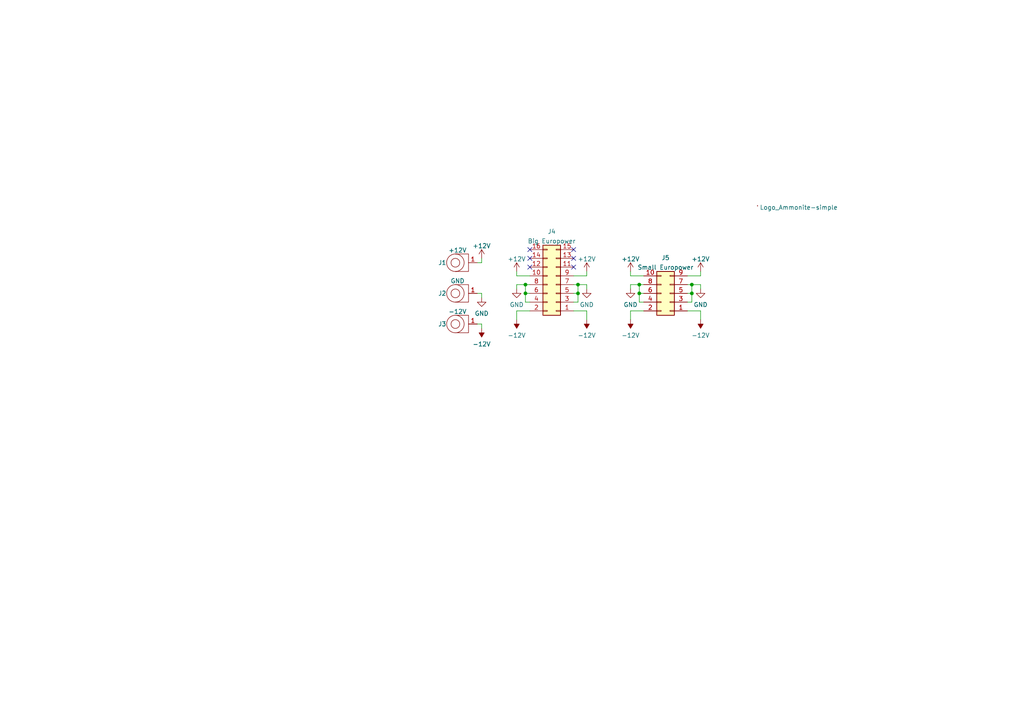
<source format=kicad_sch>
(kicad_sch (version 20211123) (generator eeschema)
  (paper "A4")
  (title_block (title "Euro Power Friend") (date "2022-04-11") (rev "r01") (comment 2 "creativecommons.org/licenses/by/4.0/") (comment 3 "License: CC BY 4.0") (comment 4 "Author: Guy John"))
  (lib_symbols
    (symbol "BananaJacks:BananaJack_PCBMount" (pin_names (offset 1.016))
      (property "Reference" "J" (at 0 3.81 0))
      (property "Value" "BananaJack_PCBMount" (at 0 -3.81 0))
      (symbol "BananaJack_PCBMount_0_1"
        (polyline (pts (xy 0 2.54) (xy 3.81 2.54) (xy 3.81 -2.54) (xy 0 -2.54)))
        (circle (center 0 0) (radius 1.27))
        (circle (center 0 0) (radius 2.54))
      )
      (symbol "BananaJack_PCBMount_1_1"
        (pin bidirectional line (at 6.35 0 180) (length 2.54) (name "~") (number "1"))
      )
    )
    (symbol "Board_Hardware:Logo_Ammonite-simple" (pin_numbers hide) (pin_names (offset 0) hide)
      (property "Value" "Logo_Ammonite-simple" (at -1.27 -1.27 0))
      (symbol "Logo_Ammonite-simple_0_1"
        (circle (center 0 0) (radius 0.0001))
      )
    )
    (symbol "Connector_Generic:Conn_02x05_Odd_Even" (pin_names (offset 1.016) hide)
      (property "Reference" "J" (at 1.27 7.62 0))
      (property "Value" "Conn_02x05_Odd_Even" (at 1.27 -7.62 0))
      (symbol "Conn_02x05_Odd_Even_1_1"
        (rectangle (start -1.27 -4.953) (end 0 -5.207) (stroke (width 0.1524)))
        (rectangle (start -1.27 -2.413) (end 0 -2.667) (stroke (width 0.1524)))
        (rectangle (start -1.27 0.127) (end 0 -0.127) (stroke (width 0.1524)))
        (rectangle (start -1.27 2.667) (end 0 2.413) (stroke (width 0.1524)))
        (rectangle (start -1.27 5.207) (end 0 4.953) (stroke (width 0.1524)))
        (rectangle (start -1.27 6.35) (end 3.81 -6.35) (stroke (width 0.254)) (fill (type background)))
        (rectangle (start 3.81 -4.953) (end 2.54 -5.207) (stroke (width 0.1524)))
        (rectangle (start 3.81 -2.413) (end 2.54 -2.667) (stroke (width 0.1524)))
        (rectangle (start 3.81 0.127) (end 2.54 -0.127) (stroke (width 0.1524)))
        (rectangle (start 3.81 2.667) (end 2.54 2.413) (stroke (width 0.1524)))
        (rectangle (start 3.81 5.207) (end 2.54 4.953) (stroke (width 0.1524)))
        (pin passive line (at -5.08 5.08 0) (length 3.81) (name "Pin_1") (number "1"))
        (pin passive line (at 7.62 -5.08 180) (length 3.81) (name "Pin_10") (number "10"))
        (pin passive line (at 7.62 5.08 180) (length 3.81) (name "Pin_2") (number "2"))
        (pin passive line (at -5.08 2.54 0) (length 3.81) (name "Pin_3") (number "3"))
        (pin passive line (at 7.62 2.54 180) (length 3.81) (name "Pin_4") (number "4"))
        (pin passive line (at -5.08 0 0) (length 3.81) (name "Pin_5") (number "5"))
        (pin passive line (at 7.62 0 180) (length 3.81) (name "Pin_6") (number "6"))
        (pin passive line (at -5.08 -2.54 0) (length 3.81) (name "Pin_7") (number "7"))
        (pin passive line (at 7.62 -2.54 180) (length 3.81) (name "Pin_8") (number "8"))
        (pin passive line (at -5.08 -5.08 0) (length 3.81) (name "Pin_9") (number "9"))
      )
    )
    (symbol "Connector_Generic:Conn_02x08_Odd_Even" (pin_names (offset 1.016) hide)
      (property "Reference" "J" (at 1.27 10.16 0))
      (property "Value" "Conn_02x08_Odd_Even" (at 1.27 -12.7 0))
      (symbol "Conn_02x08_Odd_Even_1_1"
        (rectangle (start -1.27 -10.033) (end 0 -10.287) (stroke (width 0.1524)))
        (rectangle (start -1.27 -7.493) (end 0 -7.747) (stroke (width 0.1524)))
        (rectangle (start -1.27 -4.953) (end 0 -5.207) (stroke (width 0.1524)))
        (rectangle (start -1.27 -2.413) (end 0 -2.667) (stroke (width 0.1524)))
        (rectangle (start -1.27 0.127) (end 0 -0.127) (stroke (width 0.1524)))
        (rectangle (start -1.27 2.667) (end 0 2.413) (stroke (width 0.1524)))
        (rectangle (start -1.27 5.207) (end 0 4.953) (stroke (width 0.1524)))
        (rectangle (start -1.27 7.747) (end 0 7.493) (stroke (width 0.1524)))
        (rectangle (start -1.27 8.89) (end 3.81 -11.43) (stroke (width 0.254)) (fill (type background)))
        (rectangle (start 3.81 -10.033) (end 2.54 -10.287) (stroke (width 0.1524)))
        (rectangle (start 3.81 -7.493) (end 2.54 -7.747) (stroke (width 0.1524)))
        (rectangle (start 3.81 -4.953) (end 2.54 -5.207) (stroke (width 0.1524)))
        (rectangle (start 3.81 -2.413) (end 2.54 -2.667) (stroke (width 0.1524)))
        (rectangle (start 3.81 0.127) (end 2.54 -0.127) (stroke (width 0.1524)))
        (rectangle (start 3.81 2.667) (end 2.54 2.413) (stroke (width 0.1524)))
        (rectangle (start 3.81 5.207) (end 2.54 4.953) (stroke (width 0.1524)))
        (rectangle (start 3.81 7.747) (end 2.54 7.493) (stroke (width 0.1524)))
        (pin passive line (at -5.08 7.62 0) (length 3.81) (name "Pin_1") (number "1"))
        (pin passive line (at 7.62 -2.54 180) (length 3.81) (name "Pin_10") (number "10"))
        (pin passive line (at -5.08 -5.08 0) (length 3.81) (name "Pin_11") (number "11"))
        (pin passive line (at 7.62 -5.08 180) (length 3.81) (name "Pin_12") (number "12"))
        (pin passive line (at -5.08 -7.62 0) (length 3.81) (name "Pin_13") (number "13"))
        (pin passive line (at 7.62 -7.62 180) (length 3.81) (name "Pin_14") (number "14"))
        (pin passive line (at -5.08 -10.16 0) (length 3.81) (name "Pin_15") (number "15"))
        (pin passive line (at 7.62 -10.16 180) (length 3.81) (name "Pin_16") (number "16"))
        (pin passive line (at 7.62 7.62 180) (length 3.81) (name "Pin_2") (number "2"))
        (pin passive line (at -5.08 5.08 0) (length 3.81) (name "Pin_3") (number "3"))
        (pin passive line (at 7.62 5.08 180) (length 3.81) (name "Pin_4") (number "4"))
        (pin passive line (at -5.08 2.54 0) (length 3.81) (name "Pin_5") (number "5"))
        (pin passive line (at 7.62 2.54 180) (length 3.81) (name "Pin_6") (number "6"))
        (pin passive line (at -5.08 0 0) (length 3.81) (name "Pin_7") (number "7"))
        (pin passive line (at 7.62 0 180) (length 3.81) (name "Pin_8") (number "8"))
        (pin passive line (at -5.08 -2.54 0) (length 3.81) (name "Pin_9") (number "9"))
      )
    )
    (symbol "power:+12V" (power) (pin_names (offset 0))
      (property "Value" "+12V" (at 0 3.556 0))
      (symbol "+12V_0_1"
        (polyline (pts (xy -0.762 1.27) (xy 0 2.54)))
        (polyline (pts (xy 0 0) (xy 0 2.54)))
        (polyline (pts (xy 0 2.54) (xy 0.762 1.27)))
      )
      (symbol "+12V_1_1"
        (pin power_in line (at 0 0 90) (length 0) hide (name "+12V") (number "1"))
      )
    )
    (symbol "power:-12V" (power) (pin_names (offset 0))
      (property "Value" "-12V" (at 0 3.81 0))
      (symbol "-12V_0_0"
        (pin power_in line (at 0 0 90) (length 0) hide (name "-12V") (number "1"))
      )
      (symbol "-12V_0_1"
        (polyline (pts (xy 0 0) (xy 0 1.27) (xy 0.762 1.27) (xy 0 2.54) (xy -0.762 1.27) (xy 0 1.27)) (fill (type outline)))
      )
    )
    (symbol "power:GND" (power) (pin_names (offset 0))
      (property "Value" "GND" (at 0 -3.81 0))
      (symbol "GND_0_1"
        (polyline (pts (xy 0 0) (xy 0 -1.27) (xy 1.27 -1.27) (xy 0 -2.54) (xy -1.27 -1.27) (xy 0 -1.27)))
      )
      (symbol "GND_1_1"
        (pin power_in line (at 0 0 270) (length 0) hide (name "GND") (number "1"))
      )
    )
  )
  (junction (at 200.66 85.09))
  (junction (at 152.4 82.55))
  (junction (at 152.4 85.09))
  (junction (at 200.66 82.55))
  (junction (at 167.64 85.09))
  (junction (at 167.64 82.55))
  (junction (at 185.42 82.55))
  (junction (at 185.42 85.09))
  (no_connect (at 153.67 72.39))
  (no_connect (at 153.67 74.93))
  (no_connect (at 166.37 74.93))
  (no_connect (at 166.37 72.39))
  (no_connect (at 166.37 77.47))
  (no_connect (at 153.67 77.47))
  (wire (pts (xy 167.64 85.09) (xy 167.64 87.63)))
  (wire (pts (xy 138.43 85.09) (xy 139.7 85.09)))
  (wire (pts (xy 185.42 82.55) (xy 185.42 85.09)))
  (wire (pts (xy 185.42 85.09) (xy 185.42 87.63)))
  (wire (pts (xy 182.88 80.01) (xy 186.69 80.01)))
  (wire (pts (xy 166.37 90.17) (xy 170.18 90.17)))
  (wire (pts (xy 167.64 82.55) (xy 167.64 85.09)))
  (wire (pts (xy 152.4 85.09) (xy 153.67 85.09)))
  (wire (pts (xy 170.18 80.01) (xy 170.18 78.74)))
  (wire (pts (xy 149.86 78.74) (xy 149.86 80.01)))
  (wire (pts (xy 167.64 87.63) (xy 166.37 87.63)))
  (wire (pts (xy 152.4 82.55) (xy 149.86 82.55)))
  (wire (pts (xy 185.42 85.09) (xy 186.69 85.09)))
  (wire (pts (xy 153.67 90.17) (xy 149.86 90.17)))
  (wire (pts (xy 139.7 93.98) (xy 139.7 95.25)))
  (wire (pts (xy 200.66 87.63) (xy 199.39 87.63)))
  (wire (pts (xy 200.66 82.55) (xy 200.66 85.09)))
  (wire (pts (xy 153.67 82.55) (xy 152.4 82.55)))
  (wire (pts (xy 185.42 87.63) (xy 186.69 87.63)))
  (wire (pts (xy 149.86 90.17) (xy 149.86 92.71)))
  (wire (pts (xy 199.39 82.55) (xy 200.66 82.55)))
  (wire (pts (xy 149.86 80.01) (xy 153.67 80.01)))
  (wire (pts (xy 139.7 85.09) (xy 139.7 86.36)))
  (wire (pts (xy 200.66 85.09) (xy 200.66 87.63)))
  (wire (pts (xy 139.7 76.2) (xy 139.7 74.93)))
  (wire (pts (xy 186.69 90.17) (xy 182.88 90.17)))
  (wire (pts (xy 203.2 80.01) (xy 203.2 78.74)))
  (wire (pts (xy 152.4 87.63) (xy 153.67 87.63)))
  (wire (pts (xy 170.18 90.17) (xy 170.18 92.71)))
  (wire (pts (xy 199.39 90.17) (xy 203.2 90.17)))
  (wire (pts (xy 167.64 82.55) (xy 170.18 82.55)))
  (wire (pts (xy 138.43 76.2) (xy 139.7 76.2)))
  (wire (pts (xy 182.88 78.74) (xy 182.88 80.01)))
  (wire (pts (xy 149.86 82.55) (xy 149.86 83.82)))
  (wire (pts (xy 166.37 82.55) (xy 167.64 82.55)))
  (wire (pts (xy 199.39 80.01) (xy 203.2 80.01)))
  (wire (pts (xy 182.88 82.55) (xy 182.88 83.82)))
  (wire (pts (xy 186.69 82.55) (xy 185.42 82.55)))
  (wire (pts (xy 138.43 93.98) (xy 139.7 93.98)))
  (wire (pts (xy 203.2 90.17) (xy 203.2 92.71)))
  (wire (pts (xy 170.18 82.55) (xy 170.18 83.82)))
  (wire (pts (xy 152.4 85.09) (xy 152.4 87.63)))
  (wire (pts (xy 185.42 82.55) (xy 182.88 82.55)))
  (wire (pts (xy 166.37 80.01) (xy 170.18 80.01)))
  (wire (pts (xy 166.37 85.09) (xy 167.64 85.09)))
  (wire (pts (xy 200.66 82.55) (xy 203.2 82.55)))
  (wire (pts (xy 203.2 82.55) (xy 203.2 83.82)))
  (wire (pts (xy 199.39 85.09) (xy 200.66 85.09)))
  (wire (pts (xy 152.4 82.55) (xy 152.4 85.09)))
  (wire (pts (xy 182.88 90.17) (xy 182.88 92.71)))
  (symbol (lib_id "power:GND") (at 170.18 83.82 0) (unit 1)
    (property "Reference" "#PWR0109" (effects hide))
    (property "Value" "GND" (at 170.18 88.3825 0))
  )
  (symbol (lib_id "Connector_Generic:Conn_02x08_Odd_Even") (at 161.29 82.55 180) (unit 1)
    (property "Reference" "J4" (at 160.02 67.1535 0))
    (property "Value" "Big Europower" (at 160.02 69.9286 0))
    (property "Footprint" "EurorackBasics:EurorackPowerHeader_2x08_P2.54mm_Shrouded" (effects hide))
  )
  (symbol (lib_id "power:GND") (at 139.7 86.36 0) (unit 1)
    (property "Reference" "#PWR0104" (effects hide))
    (property "Value" "GND" (at 139.7 90.9225 0))
  )
  (symbol (lib_id "BananaJacks:BananaJack_PCBMount") (at 132.08 85.09 0) (unit 1)
    (property "Reference" "J2" (at 128.27 85.09 0))
    (property "Value" "GND" (at 132.715 81.4856 0))
    (property "Footprint" "Rumblesan_Footprints:Deltron_571_PCB_BananaJack" (effects hide))
  )
  (symbol (lib_id "BananaJacks:BananaJack_PCBMount") (at 132.08 93.98 0) (unit 1)
    (property "Reference" "J3" (at 128.27 93.98 0))
    (property "Value" "-12V" (at 132.715 90.3756 0))
    (property "Footprint" "Rumblesan_Footprints:Deltron_571_PCB_BananaJack" (effects hide))
  )
  (symbol (lib_id "power:GND") (at 149.86 83.82 0) (unit 1)
    (property "Reference" "#PWR0102" (effects hide))
    (property "Value" "GND" (at 149.86 88.3825 0))
  )
  (symbol (lib_id "power:+12V") (at 149.86 78.74 0) (unit 1)
    (property "Reference" "#PWR0115" (effects hide))
    (property "Value" "+12V" (at 149.86 75.1355 0))
  )
  (symbol (lib_id "power:+12V") (at 182.88 78.74 0) (unit 1)
    (property "Reference" "#PWR0111" (effects hide))
    (property "Value" "+12V" (at 182.88 75.1355 0))
  )
  (symbol (lib_id "Connector_Generic:Conn_02x05_Odd_Even") (at 194.31 85.09 180) (unit 1)
    (property "Reference" "J5" (at 193.04 74.7735 0))
    (property "Value" "Small Europower" (at 193.04 77.5486 0))
    (property "Footprint" "EurorackBasics:EurorackPowerHeader_2x05_P2.54mm_Shrouded" (effects hide))
  )
  (symbol (lib_id "power:-12V") (at 170.18 92.71 180) (unit 1)
    (property "Reference" "#PWR0108" (effects hide))
    (property "Value" "-12V" (at 170.18 97.2725 0))
  )
  (symbol (lib_id "power:-12V") (at 203.2 92.71 180) (unit 1)
    (property "Reference" "#PWR0113" (effects hide))
    (property "Value" "-12V" (at 203.2 97.2725 0))
  )
  (symbol (lib_id "power:GND") (at 203.2 83.82 0) (unit 1)
    (property "Reference" "#PWR0112" (effects hide))
    (property "Value" "GND" (at 203.2 88.3825 0))
  )
  (symbol (lib_id "power:+12V") (at 203.2 78.74 0) (unit 1)
    (property "Reference" "#PWR0110" (effects hide))
    (property "Value" "+12V" (at 203.2 75.1355 0))
  )
  (symbol (lib_id "power:-12V") (at 139.7 95.25 180) (unit 1)
    (property "Reference" "#PWR0103" (effects hide))
    (property "Value" "-12V" (at 139.7 99.8125 0))
  )
  (symbol (lib_id "power:-12V") (at 149.86 92.71 180) (unit 1)
    (property "Reference" "#PWR0105" (effects hide))
    (property "Value" "-12V" (at 149.86 97.2725 0))
  )
  (symbol (lib_id "power:+12V") (at 139.7 74.93 0) (unit 1)
    (property "Reference" "#PWR0101" (effects hide))
    (property "Value" "+12V" (at 139.7 71.3255 0))
  )
  (symbol (lib_id "power:+12V") (at 170.18 78.74 0) (unit 1)
    (property "Reference" "#PWR0114" (effects hide))
    (property "Value" "+12V" (at 170.18 75.1355 0))
  )
  (symbol (lib_id "power:-12V") (at 182.88 92.71 180) (unit 1)
    (property "Reference" "#PWR0106" (effects hide))
    (property "Value" "-12V" (at 182.88 97.2725 0))
  )
  (symbol (lib_id "BananaJacks:BananaJack_PCBMount") (at 132.08 76.2 0) (unit 1)
    (property "Reference" "J1" (at 128.27 76.2 0))
    (property "Value" "+12V" (at 132.715 72.5956 0))
    (property "Footprint" "Rumblesan_Footprints:Deltron_571_PCB_BananaJack" (effects hide))
  )
  (symbol (lib_id "Board_Hardware:Logo_Ammonite-simple") (at 219.71 59.69 0) (unit 1)
    (property "Reference" "H1" (effects hide))
    (property "Value" "Logo_Ammonite-simple" (at 220.3451 60.169 0) (effects (justify left)))
    (property "Footprint" "Rumblesan_Footprints:Logo_Ammonite-simple_10.4mmx12.0mm" (effects hide))
  )
  (symbol (lib_id "power:GND") (at 182.88 83.82 0) (unit 1)
    (property "Reference" "#PWR0107" (effects hide))
    (property "Value" "GND" (at 182.88 88.3825 0))
  )
)
</source>
